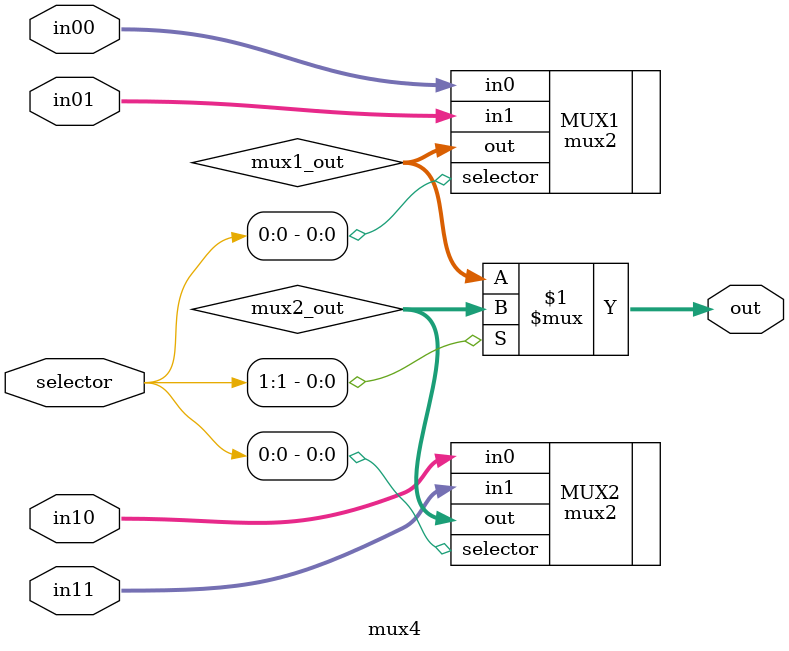
<source format=v>
`timescale 1ns / 1ps


module mux4(selector, in00, in01, in10, in11, out);

	//parameter definitions
	parameter BUS_WIDTH = 32;

	//port definitions - customize for different bit widths
	input wire [1:0] selector;
	input wire [BUS_WIDTH-1:0] in00, in01, in10, in11;

	wire [BUS_WIDTH-1:0] mux1_out, mux2_out;

	output wire [BUS_WIDTH-1:0] out;

	mux2 #(
		.BUS_WIDTH(BUS_WIDTH)
	) MUX1 (
		.selector(selector[0]),
		.in0(in00),
		.in1(in01),
		.out(mux1_out));

	mux2 #(
		.BUS_WIDTH(BUS_WIDTH)
	) MUX2 (
		.selector(selector[0]),
		.in0(in10),
		.in1(in11),
		.out(mux2_out));

	assign out = selector[1] ? mux2_out : mux1_out;


endmodule
`default_nettype wire //some Xilinx IP requires that the default_nettype be set to wire
</source>
